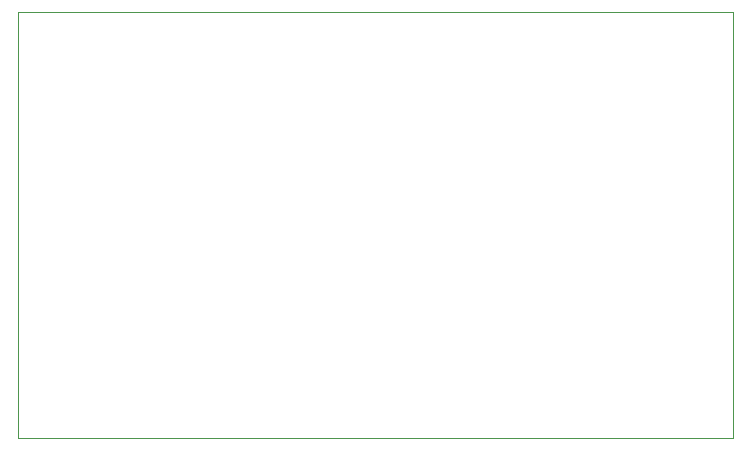
<source format=gbr>
%TF.GenerationSoftware,KiCad,Pcbnew,8.99.0-unknown-8e286d44fc~178~ubuntu22.04.1*%
%TF.CreationDate,2024-05-23T21:37:30+05:30*%
%TF.ProjectId,BoB,426f422e-6b69-4636-9164-5f7063625858,rev?*%
%TF.SameCoordinates,Original*%
%TF.FileFunction,Profile,NP*%
%FSLAX46Y46*%
G04 Gerber Fmt 4.6, Leading zero omitted, Abs format (unit mm)*
G04 Created by KiCad (PCBNEW 8.99.0-unknown-8e286d44fc~178~ubuntu22.04.1) date 2024-05-23 21:37:30*
%MOMM*%
%LPD*%
G01*
G04 APERTURE LIST*
%TA.AperFunction,Profile*%
%ADD10C,0.100000*%
%TD*%
G04 APERTURE END LIST*
D10*
X45042000Y-43466000D02*
X105524000Y-43466000D01*
X105524000Y-79546000D01*
X45042000Y-79546000D01*
X45042000Y-43466000D01*
M02*

</source>
